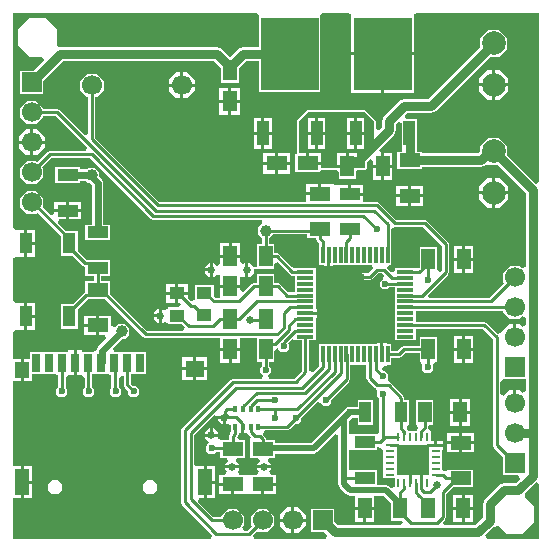
<source format=gtl>
G04*
G04 #@! TF.GenerationSoftware,Altium Limited,Altium Designer,22.1.2 (22)*
G04*
G04 Layer_Physical_Order=1*
G04 Layer_Color=255*
%FSLAX25Y25*%
%MOIN*%
G70*
G04*
G04 #@! TF.SameCoordinates,916DC4FC-BA67-46E0-AC62-78C5DE96CB0C*
G04*
G04*
G04 #@! TF.FilePolarity,Positive*
G04*
G01*
G75*
%ADD11C,0.02362*%
%ADD12C,0.01000*%
%ADD15R,0.04842X0.07087*%
%ADD16R,0.03937X0.08268*%
%ADD17R,0.19291X0.24410*%
%ADD18R,0.07087X0.04528*%
%ADD19R,0.07087X0.04842*%
%ADD20R,0.04528X0.07087*%
%ADD21R,0.07087X0.03937*%
%ADD22R,0.01181X0.05709*%
%ADD23R,0.05709X0.01181*%
%ADD24R,0.05118X0.04331*%
%ADD25R,0.10630X0.10236*%
%ADD26R,0.00984X0.03150*%
%ADD27R,0.03150X0.00984*%
%ADD28R,0.03937X0.07087*%
%ADD29R,0.01378X0.01968*%
%ADD30R,0.04331X0.07087*%
%ADD31R,0.02756X0.06299*%
%ADD32R,0.04724X0.05512*%
%ADD33R,0.04724X0.08661*%
%ADD34R,0.06299X0.05512*%
%ADD59C,0.03150*%
%ADD60C,0.01968*%
%ADD61C,0.06693*%
%ADD62R,0.06693X0.06693*%
%ADD63R,0.06693X0.06693*%
%ADD64C,0.07874*%
%ADD65C,0.02500*%
%ADD66C,0.02362*%
%ADD67C,0.03937*%
G36*
X176304Y119692D02*
X175123Y119203D01*
X165535Y128791D01*
Y131879D01*
X162879Y134535D01*
X159121D01*
X156465Y131879D01*
Y130070D01*
X155748Y129353D01*
X137141D01*
Y129863D01*
X135328D01*
Y131268D01*
X135520D01*
Y140732D01*
X131729D01*
X131311Y141741D01*
X132049Y142648D01*
X140000D01*
X141663Y143337D01*
X159791Y161465D01*
X162879D01*
X165535Y164121D01*
Y167879D01*
X162879Y170535D01*
X159121D01*
X156465Y167879D01*
Y164791D01*
X139026Y147352D01*
X131000D01*
X129337Y146663D01*
X124337Y141663D01*
X123648Y140000D01*
Y137974D01*
X122739Y137066D01*
X121648Y137518D01*
Y140000D01*
X121458Y140458D01*
X118458Y143458D01*
X118000Y143648D01*
X99000D01*
X98542Y143458D01*
X95542Y140458D01*
X95352Y140000D01*
Y129421D01*
X95084Y129020D01*
X94858D01*
Y122980D01*
X103142D01*
Y123541D01*
X103543Y123809D01*
X108925D01*
X109327Y122718D01*
Y120858D01*
X115051D01*
Y122718D01*
X115453Y123809D01*
X118000D01*
X118458Y123999D01*
X118648Y124457D01*
Y126321D01*
X119645Y127318D01*
X120736Y126866D01*
Y125500D01*
X123500D01*
Y129543D01*
X123413D01*
X122961Y130634D01*
X127663Y135337D01*
X128352Y137000D01*
Y139026D01*
X129205Y139878D01*
X130386Y139389D01*
Y131268D01*
X130624D01*
Y129863D01*
X128858D01*
Y124139D01*
X137141D01*
Y124648D01*
X156722D01*
X158386Y125338D01*
X158817Y125769D01*
X159121Y125465D01*
X162209D01*
X171648Y116026D01*
Y91474D01*
X170556Y91022D01*
X169634Y91945D01*
X166366D01*
X164055Y89634D01*
Y86366D01*
X164370Y86051D01*
X159491Y81172D01*
X139619D01*
X139166Y82264D01*
X145841Y88938D01*
X146189Y89779D01*
Y99000D01*
X145841Y99841D01*
X138841Y106841D01*
X138000Y107189D01*
X128492D01*
X122841Y112841D01*
X122000Y113189D01*
X117571D01*
Y115292D01*
X113028D01*
Y115792D01*
X112528D01*
Y118761D01*
X108485D01*
X108485Y118761D01*
X107544Y119074D01*
Y119074D01*
X107433Y119074D01*
X103501D01*
Y115810D01*
X103001D01*
Y115310D01*
X98457D01*
Y113189D01*
X49548D01*
X28268Y134469D01*
Y148055D01*
X28713D01*
X31024Y150366D01*
Y153634D01*
X28713Y155945D01*
X25445D01*
X23134Y153634D01*
Y150366D01*
X25445Y148055D01*
X25890D01*
Y135863D01*
X24799Y135410D01*
X16368Y143841D01*
X15528Y144189D01*
X10945D01*
Y144634D01*
X8634Y146945D01*
X5366D01*
X3055Y144634D01*
Y141366D01*
X5366Y139055D01*
X8634D01*
X10945Y141366D01*
Y141811D01*
X15035D01*
X25566Y131280D01*
X25114Y130189D01*
X13000D01*
X12159Y129841D01*
X8949Y126630D01*
X8634Y126945D01*
X5366D01*
X3055Y124634D01*
Y121366D01*
X5366Y119055D01*
X8634D01*
X10945Y121366D01*
Y124634D01*
X10630Y124949D01*
X13492Y127811D01*
X26507D01*
X46734Y107585D01*
X47575Y107236D01*
X83745D01*
X83880Y106055D01*
X82472Y104647D01*
Y102521D01*
X83850Y101143D01*
Y99142D01*
X82139D01*
Y91562D01*
X80958Y91516D01*
X79672Y92801D01*
X79240D01*
Y90551D01*
Y88301D01*
X79672D01*
X80990Y89619D01*
Y90779D01*
X82139Y90858D01*
X82171Y90858D01*
X87863D01*
Y92528D01*
X89044Y93017D01*
X93076Y88985D01*
X93917Y88637D01*
X94818D01*
Y86669D01*
Y83141D01*
X92540D01*
X89841Y85841D01*
X89000Y86189D01*
X87863D01*
Y89143D01*
X82139D01*
Y86190D01*
X81001D01*
X80160Y85841D01*
X77545Y83226D01*
X76454Y83678D01*
Y84501D01*
X73190D01*
X69926D01*
Y81189D01*
X68159D01*
X67676Y81672D01*
Y85518D01*
X61361D01*
Y80755D01*
X61298Y80576D01*
X60180Y80113D01*
X59022Y81270D01*
Y82254D01*
X55963D01*
Y79589D01*
X56626D01*
X56906Y79191D01*
X56292Y78010D01*
X52367D01*
Y77565D01*
X51186Y77076D01*
X50826Y77435D01*
X50394D01*
Y75185D01*
Y72935D01*
X50826D01*
X51186Y73295D01*
X52367Y72806D01*
Y72482D01*
X57000D01*
X58113Y71370D01*
X57623Y70189D01*
X45583D01*
X33142Y82630D01*
Y86673D01*
X30189D01*
Y88622D01*
X33142D01*
Y93756D01*
X27750D01*
X27531Y93846D01*
X25433D01*
X22331Y96949D01*
Y103551D01*
X18485D01*
X15808Y106228D01*
X16260Y107319D01*
X18500D01*
Y109787D01*
X14457D01*
Y109122D01*
X13365Y108670D01*
X10807Y111228D01*
X10945Y111366D01*
Y114634D01*
X8634Y116945D01*
X5366D01*
X3055Y114634D01*
Y111366D01*
X5366Y109055D01*
X8634D01*
X9126Y109547D01*
X16803Y101870D01*
Y95268D01*
X20649D01*
X24100Y91817D01*
X24858Y91503D01*
Y88622D01*
X27811D01*
Y86673D01*
X24858D01*
Y83080D01*
X24396Y82888D01*
X20649Y79142D01*
X16803D01*
Y70858D01*
X22331D01*
Y77460D01*
X25729Y80858D01*
X27236D01*
X27455Y80949D01*
X31460D01*
X44250Y68159D01*
X45091Y67811D01*
X69926D01*
Y64501D01*
X73190D01*
X76454D01*
Y67811D01*
X82139D01*
Y59859D01*
X83811D01*
Y58328D01*
X83220Y57737D01*
Y56263D01*
X84070Y55413D01*
X83797Y54232D01*
X74043D01*
X73203Y53884D01*
X57159Y37841D01*
X56811Y37000D01*
Y13000D01*
X57159Y12159D01*
X67277Y2042D01*
X66787Y861D01*
X861D01*
Y14454D01*
X3374D01*
Y19784D01*
Y25115D01*
X861D01*
Y53430D01*
X3374D01*
Y57186D01*
Y60942D01*
X861D01*
Y69956D01*
X1835Y70457D01*
X2042Y70457D01*
X4500D01*
Y75000D01*
Y79543D01*
X2042D01*
X1835Y79543D01*
X861Y80044D01*
Y94366D01*
X1835Y94866D01*
X2042Y94866D01*
X4500D01*
Y99410D01*
Y103953D01*
X2042D01*
X1835Y103953D01*
X861Y104453D01*
Y176304D01*
X82165D01*
X82780Y175378D01*
X82780Y175123D01*
Y164927D01*
X77453D01*
X75789Y164238D01*
X73000Y161449D01*
X70442Y164006D01*
X68779Y164695D01*
X16432D01*
X16213Y164839D01*
X15504Y165626D01*
Y170694D01*
X11694Y174504D01*
X6306D01*
X2496Y170694D01*
Y165306D01*
X6306Y161496D01*
X10499D01*
X10988Y160315D01*
X7618Y156945D01*
X3055D01*
Y149055D01*
X10945D01*
Y153618D01*
X17317Y159991D01*
X67805D01*
X69980Y157815D01*
Y152858D01*
X76020D01*
Y157815D01*
X78427Y160222D01*
X82780D01*
Y149772D01*
X103268D01*
Y175123D01*
X103268Y175378D01*
X103882Y176304D01*
X112367D01*
X113331Y175779D01*
X113331Y175123D01*
Y163075D01*
X123976D01*
X134622D01*
Y175123D01*
X134622Y175779D01*
X135586Y176304D01*
X176304D01*
Y119692D01*
D02*
G37*
G36*
X121000Y140000D02*
Y133000D01*
X118000Y130000D01*
Y124457D01*
X115453D01*
Y124500D01*
X112189D01*
X108925D01*
Y124457D01*
X103543D01*
Y125500D01*
X99000D01*
Y126000D01*
X98500D01*
Y129421D01*
X96000D01*
Y140000D01*
X99000Y143000D01*
X118000D01*
X121000Y140000D01*
D02*
G37*
G36*
X143811Y98507D02*
Y90458D01*
X143128Y89931D01*
X142051Y90509D01*
Y98142D01*
X136327D01*
Y91540D01*
X136064Y91277D01*
X134991Y91015D01*
X134991Y91015D01*
X134991Y91015D01*
X128086D01*
Y90131D01*
X127064Y89708D01*
X126678Y89869D01*
X125548Y90999D01*
X126037Y92180D01*
X126920D01*
Y99086D01*
X126920D01*
Y103980D01*
X128000Y104811D01*
X137507D01*
X143811Y98507D01*
D02*
G37*
G36*
X164055Y76366D02*
X166366Y74055D01*
X169634D01*
X170556Y74978D01*
X171648Y74526D01*
Y72042D01*
X170556Y71590D01*
X169800Y72347D01*
X168500D01*
Y68000D01*
X167500D01*
Y72347D01*
X166200D01*
X163654Y69800D01*
Y69698D01*
X162472Y69209D01*
X158731Y72950D01*
X157890Y73298D01*
X134991D01*
Y76819D01*
X164055D01*
Y76366D01*
D02*
G37*
G36*
X94818Y66983D02*
Y66983D01*
X97082D01*
Y56807D01*
X94507Y54232D01*
X86203D01*
X85930Y55413D01*
X86779Y56263D01*
Y57737D01*
X86189Y58328D01*
Y59859D01*
X87863D01*
Y63538D01*
X89044Y64334D01*
X89220Y64263D01*
X90263Y63221D01*
X91737D01*
X92779Y64263D01*
Y65737D01*
X92515Y66001D01*
X93884Y67370D01*
X94818Y66983D01*
D02*
G37*
G36*
X98859Y101137D02*
X101811D01*
Y101000D01*
X102159Y100159D01*
X102297Y100022D01*
X102889Y99086D01*
Y92180D01*
X104456D01*
Y91779D01*
X105546D01*
Y95633D01*
X106546D01*
Y91779D01*
X107637D01*
Y92180D01*
X120325D01*
X120814Y90999D01*
X119181Y89367D01*
X116882D01*
X116041Y89018D01*
X115693Y88178D01*
X116041Y87337D01*
X116882Y86989D01*
X119674D01*
X120514Y87337D01*
X122540Y89362D01*
X123798D01*
X124528Y88474D01*
X124180Y87634D01*
X123138Y86592D01*
Y85118D01*
X124180Y84075D01*
X125655D01*
X126262Y84683D01*
X128086D01*
Y82731D01*
Y78794D01*
Y74857D01*
Y70920D01*
Y66983D01*
X134991D01*
Y70921D01*
X157398D01*
X160811Y67507D01*
Y32000D01*
X161159Y31159D01*
X164055Y28264D01*
Y22055D01*
X169219D01*
X169671Y20964D01*
X168327Y19620D01*
X164575D01*
X162912Y18931D01*
X158069Y14088D01*
X157380Y12425D01*
Y7842D01*
X154890Y5352D01*
X144577D01*
X144125Y6443D01*
X144841Y7159D01*
X145189Y8000D01*
Y15880D01*
X147540Y18232D01*
X154142D01*
Y23956D01*
X145859D01*
Y23956D01*
X144866Y23402D01*
X143850Y23876D01*
Y26988D01*
Y30524D01*
X144252D01*
Y31516D01*
X141677D01*
Y32016D01*
X141177D01*
Y33508D01*
X140012D01*
Y36945D01*
X140012D01*
X139285Y37947D01*
X139476Y38857D01*
X140861D01*
Y47141D01*
X135137D01*
Y38857D01*
X135397D01*
X135939Y37747D01*
X135445Y36945D01*
X132553D01*
X132056Y37750D01*
X132596Y38858D01*
X132665D01*
Y47142D01*
X131287D01*
Y47902D01*
X130939Y48742D01*
X126841Y52841D01*
X126266Y53079D01*
X125779Y54263D01*
Y55737D01*
X124737Y56779D01*
X124344D01*
X123924Y57330D01*
X124508Y58511D01*
X125354D01*
Y58913D01*
X126920D01*
Y61177D01*
X129365D01*
X130206Y61525D01*
X131492Y62811D01*
X136327D01*
Y59858D01*
X136671D01*
X137221Y58737D01*
Y57263D01*
X138263Y56221D01*
X139737D01*
X140779Y57263D01*
Y58737D01*
X141329Y59858D01*
X142051D01*
Y68142D01*
X136327D01*
Y65189D01*
X131000D01*
X130159Y64841D01*
X128873Y63554D01*
X126920D01*
Y65818D01*
X125354D01*
Y66220D01*
X124263D01*
Y62365D01*
X123263D01*
Y66220D01*
X122172D01*
Y65818D01*
X102889D01*
Y62476D01*
X102811Y62287D01*
Y58492D01*
X100641Y56322D01*
X99460Y56812D01*
Y66983D01*
X101724D01*
Y70920D01*
Y74456D01*
X102125D01*
Y75546D01*
X98271D01*
Y76547D01*
X102125D01*
Y77637D01*
X101724D01*
Y82731D01*
Y86669D01*
Y91015D01*
X94818D01*
X93863Y91561D01*
X89583Y95841D01*
X88743Y96189D01*
X87863D01*
Y99142D01*
X86228D01*
Y101143D01*
X87480Y102395D01*
X98859D01*
Y101137D01*
D02*
G37*
G36*
X171648Y50042D02*
X170556Y49590D01*
X169800Y50346D01*
X168500D01*
Y46000D01*
X167500D01*
Y50346D01*
X166200D01*
X164370Y48517D01*
X163189Y49006D01*
Y53295D01*
X164055Y54055D01*
X171648D01*
Y50042D01*
D02*
G37*
G36*
X118637Y54399D02*
X118985Y53558D01*
X121384Y51159D01*
X121800Y50987D01*
X122221Y49737D01*
Y48263D01*
X122811Y47672D01*
Y36569D01*
X122142Y35665D01*
X113858D01*
Y35665D01*
X112713Y35752D01*
Y40290D01*
X113643Y41221D01*
X113737D01*
X113804Y41287D01*
X115720D01*
Y38858D01*
X120854D01*
Y47142D01*
X115720D01*
Y44713D01*
X113804D01*
X113737Y44780D01*
X112263D01*
X111221Y43737D01*
Y43643D01*
X109789Y42211D01*
X100290Y32713D01*
X88237D01*
Y33684D01*
X85189D01*
Y34000D01*
X84841Y34841D01*
X84076Y35605D01*
X84011Y35901D01*
X84894Y37082D01*
X92270D01*
X93111Y37430D01*
X94902Y39220D01*
X95737D01*
X96780Y40263D01*
Y41098D01*
X102107Y46425D01*
X103308Y46175D01*
X104263Y45221D01*
X105737D01*
X106780Y46263D01*
Y47098D01*
X112841Y53159D01*
X113189Y54000D01*
Y58913D01*
X118637D01*
Y54399D01*
D02*
G37*
G36*
X123748Y30688D02*
Y30524D01*
X124150D01*
Y25020D01*
Y21083D01*
X127685D01*
Y20976D01*
X127988D01*
Y18290D01*
X126807Y17801D01*
X126396Y18211D01*
X125185Y18713D01*
X123320D01*
X122142Y18721D01*
Y23854D01*
X113858D01*
Y23854D01*
X112713Y23941D01*
Y30445D01*
X113858Y30531D01*
Y30531D01*
X122142D01*
Y31377D01*
X122586Y31521D01*
X123748Y30688D01*
D02*
G37*
G36*
X68583Y41793D02*
X71230D01*
Y41293D01*
X71730D01*
Y39043D01*
X72162D01*
X72405Y39286D01*
X73586Y38797D01*
Y36688D01*
X73159Y35841D01*
X72811Y35000D01*
Y33673D01*
X70017D01*
X69392Y34290D01*
X69179Y34573D01*
Y34933D01*
X64679D01*
Y34501D01*
X65525Y33655D01*
X65975Y33121D01*
X65635Y32152D01*
X65220Y31737D01*
Y30263D01*
X66263Y29221D01*
X67737D01*
X68328Y29811D01*
X69858D01*
Y27949D01*
X72170D01*
X72624Y26768D01*
X71627Y25771D01*
Y25339D01*
X76127D01*
Y25771D01*
X75131Y26768D01*
X75585Y27949D01*
X78142D01*
Y33673D01*
X76025D01*
X75536Y34854D01*
X75715Y35033D01*
X76063Y35874D01*
Y36286D01*
X76933D01*
Y38271D01*
X77933D01*
Y36286D01*
X78935D01*
X79159Y35745D01*
X80039Y34865D01*
X79954Y33684D01*
X79954Y33684D01*
Y27959D01*
X82621D01*
X83110Y26778D01*
X82210Y25878D01*
Y25446D01*
X86710D01*
Y25878D01*
X85810Y26778D01*
X86299Y27959D01*
X88237D01*
Y29287D01*
X101000D01*
X102211Y29789D01*
X108196Y35773D01*
X109287Y35321D01*
Y21287D01*
Y19000D01*
X109789Y17789D01*
X111789Y15789D01*
X113000Y15287D01*
X114736D01*
Y11594D01*
X118000D01*
X121264D01*
Y15287D01*
X124476D01*
X126949Y12814D01*
Y6953D01*
X130467D01*
X130783Y6533D01*
X130195Y5352D01*
X108974D01*
X107945Y6382D01*
Y10945D01*
X100055D01*
Y3055D01*
X104618D01*
X105631Y2042D01*
X105142Y861D01*
X81213D01*
X80723Y2042D01*
X82051Y3370D01*
X82366Y3055D01*
X85634D01*
X87945Y5366D01*
Y8634D01*
X85634Y10945D01*
X82366D01*
X80055Y8634D01*
Y5366D01*
X80370Y5051D01*
X78874Y3555D01*
X77677D01*
X77225Y4646D01*
X77945Y5366D01*
Y8634D01*
X75634Y10945D01*
X72366D01*
X70055Y8634D01*
Y8189D01*
X67493D01*
X62409Y13273D01*
X62898Y14454D01*
X64398D01*
Y19784D01*
Y25115D01*
X62370D01*
X61535Y25115D01*
X61189Y26153D01*
Y35508D01*
X67799Y42118D01*
X68583Y41793D01*
D02*
G37*
G36*
X176304Y19274D02*
Y861D01*
X158722D01*
X158233Y2042D01*
X161161Y4970D01*
X162562Y5240D01*
X165306Y2496D01*
X170694D01*
X174504Y6306D01*
Y11694D01*
X171537Y14661D01*
X171614Y16254D01*
X175123Y19763D01*
X176304Y19274D01*
D02*
G37*
%LPC*%
G36*
X163045Y157158D02*
X161500D01*
Y152720D01*
X165937D01*
Y154265D01*
X163045Y157158D01*
D02*
G37*
G36*
X160500D02*
X158955D01*
X156063Y154265D01*
Y152720D01*
X160500D01*
Y157158D01*
D02*
G37*
G36*
X58800Y156346D02*
X57500D01*
Y152500D01*
X61347D01*
Y153800D01*
X58800Y156346D01*
D02*
G37*
G36*
X56500D02*
X55200D01*
X52653Y153800D01*
Y152500D01*
X56500D01*
Y156346D01*
D02*
G37*
G36*
X134622Y162075D02*
X124476D01*
Y149370D01*
X134622D01*
Y162075D01*
D02*
G37*
G36*
X123476D02*
X113331D01*
Y149370D01*
X123476D01*
Y162075D01*
D02*
G37*
G36*
X61347Y151500D02*
X57500D01*
Y147653D01*
X58800D01*
X61347Y150200D01*
Y151500D01*
D02*
G37*
G36*
X56500D02*
X52653D01*
Y150200D01*
X55200Y147653D01*
X56500D01*
Y151500D01*
D02*
G37*
G36*
X165937Y151720D02*
X161500D01*
Y147283D01*
X163045D01*
X165937Y150175D01*
Y151720D01*
D02*
G37*
G36*
X160500D02*
X156063D01*
Y150175D01*
X158955Y147283D01*
X160500D01*
Y151720D01*
D02*
G37*
G36*
X76421Y151228D02*
X73500D01*
Y147185D01*
X76421D01*
Y151228D01*
D02*
G37*
G36*
X72500D02*
X69579D01*
Y147185D01*
X72500D01*
Y151228D01*
D02*
G37*
G36*
X76421Y146185D02*
X73500D01*
Y142142D01*
X76421D01*
Y146185D01*
D02*
G37*
G36*
X72500D02*
X69579D01*
Y142142D01*
X72500D01*
Y146185D01*
D02*
G37*
G36*
X87016Y141134D02*
X84547D01*
Y136500D01*
X87016D01*
Y141134D01*
D02*
G37*
G36*
X83547D02*
X81079D01*
Y136500D01*
X83547D01*
Y141134D01*
D02*
G37*
G36*
X8800Y137346D02*
X7500D01*
Y133500D01*
X11347D01*
Y134800D01*
X8800Y137346D01*
D02*
G37*
G36*
X6500D02*
X5200D01*
X2654Y134800D01*
Y133500D01*
X6500D01*
Y137346D01*
D02*
G37*
G36*
X87016Y135500D02*
X84547D01*
Y130866D01*
X87016D01*
Y135500D01*
D02*
G37*
G36*
X83547D02*
X81079D01*
Y130866D01*
X83547D01*
Y135500D01*
D02*
G37*
G36*
X11347Y132500D02*
X7500D01*
Y128654D01*
X8800D01*
X11347Y131200D01*
Y132500D01*
D02*
G37*
G36*
X6500D02*
X2654D01*
Y131200D01*
X5200Y128654D01*
X6500D01*
Y132500D01*
D02*
G37*
G36*
X93228Y129421D02*
X89185D01*
Y126500D01*
X93228D01*
Y129421D01*
D02*
G37*
G36*
X88185D02*
X84142D01*
Y126500D01*
X88185D01*
Y129421D01*
D02*
G37*
G36*
X127264Y129543D02*
X124500D01*
Y125500D01*
X127264D01*
Y129543D01*
D02*
G37*
G36*
X93228Y125500D02*
X89185D01*
Y122579D01*
X93228D01*
Y125500D01*
D02*
G37*
G36*
X88185D02*
X84142D01*
Y122579D01*
X88185D01*
Y125500D01*
D02*
G37*
G36*
X127264Y124500D02*
X124500D01*
Y120457D01*
X127264D01*
Y124500D01*
D02*
G37*
G36*
X123500D02*
X120736D01*
Y120457D01*
X123500D01*
Y124500D01*
D02*
G37*
G36*
X163045Y121158D02*
X161500D01*
Y116720D01*
X165937D01*
Y118265D01*
X163045Y121158D01*
D02*
G37*
G36*
X160500D02*
X158955D01*
X156063Y118265D01*
Y116720D01*
X160500D01*
Y121158D01*
D02*
G37*
G36*
X102501Y119074D02*
X98457D01*
Y116310D01*
X102501D01*
Y119074D01*
D02*
G37*
G36*
X117571Y118761D02*
X113528D01*
Y116292D01*
X117571D01*
Y118761D01*
D02*
G37*
G36*
X137543Y118454D02*
X133499D01*
Y115690D01*
X137543D01*
Y118454D01*
D02*
G37*
G36*
X132499D02*
X128456D01*
Y115690D01*
X132499D01*
Y118454D01*
D02*
G37*
G36*
X137543Y114690D02*
X133499D01*
Y111926D01*
X137543D01*
Y114690D01*
D02*
G37*
G36*
X132499D02*
X128456D01*
Y111926D01*
X132499D01*
Y114690D01*
D02*
G37*
G36*
X165937Y115720D02*
X161500D01*
Y111284D01*
X163045D01*
X165937Y114175D01*
Y115720D01*
D02*
G37*
G36*
X160500D02*
X156063D01*
Y114175D01*
X158955Y111284D01*
X160500D01*
Y115720D01*
D02*
G37*
G36*
X23543Y113256D02*
X19500D01*
Y110787D01*
X23543D01*
Y113256D01*
D02*
G37*
G36*
X18500D02*
X14457D01*
Y110787D01*
X18500D01*
Y113256D01*
D02*
G37*
G36*
X23543Y109787D02*
X19500D01*
Y107319D01*
X23543D01*
Y109787D01*
D02*
G37*
G36*
X23142Y124665D02*
X14858D01*
Y119532D01*
X23142D01*
Y120123D01*
X25247D01*
X25937Y119433D01*
X26417D01*
X27074Y118776D01*
Y105567D01*
X24858D01*
Y100433D01*
X33142D01*
Y105567D01*
X30926D01*
Y119574D01*
X30362Y120936D01*
X29567Y121731D01*
Y123063D01*
X28063Y124567D01*
X25937D01*
X25345Y123975D01*
X23142D01*
Y124665D01*
D02*
G37*
G36*
X5500Y103953D02*
Y99910D01*
X8165D01*
Y103953D01*
X5500D01*
D02*
G37*
G36*
X76454Y99543D02*
X73690D01*
Y95500D01*
X76454D01*
Y99543D01*
D02*
G37*
G36*
X72690D02*
X69926D01*
Y95500D01*
X72690D01*
Y99543D01*
D02*
G37*
G36*
X8165Y98909D02*
X5500D01*
Y94866D01*
X8165D01*
Y98909D01*
D02*
G37*
G36*
X154264Y98543D02*
X151500D01*
Y94500D01*
X154264D01*
Y98543D01*
D02*
G37*
G36*
X150500D02*
X147736D01*
Y94500D01*
X150500D01*
Y98543D01*
D02*
G37*
G36*
X76454Y94500D02*
X73190D01*
X69926D01*
Y92407D01*
X68745Y91917D01*
X67861Y92801D01*
X67429D01*
Y90551D01*
Y88301D01*
X67861D01*
X68745Y89185D01*
X69926Y88696D01*
Y85501D01*
X73190D01*
X76454D01*
Y87985D01*
X77635Y88475D01*
X77808Y88301D01*
X78240D01*
Y90551D01*
Y92801D01*
X77808D01*
X77635Y92628D01*
X76454Y93117D01*
Y94500D01*
D02*
G37*
G36*
X66429Y92801D02*
X65997D01*
X64679Y91483D01*
Y91051D01*
X66429D01*
Y92801D01*
D02*
G37*
G36*
X154264Y93500D02*
X151500D01*
Y89457D01*
X154264D01*
Y93500D01*
D02*
G37*
G36*
X150500D02*
X147736D01*
Y89457D01*
X150500D01*
Y93500D01*
D02*
G37*
G36*
X66429Y90051D02*
X64679D01*
Y89619D01*
X65997Y88301D01*
X66429D01*
Y90051D01*
D02*
G37*
G36*
X59022Y85919D02*
X55963D01*
Y83254D01*
X59022D01*
Y85919D01*
D02*
G37*
G36*
X54963D02*
X51904D01*
Y83254D01*
X54963D01*
Y85919D01*
D02*
G37*
G36*
Y82254D02*
X51904D01*
Y79589D01*
X54963D01*
Y82254D01*
D02*
G37*
G36*
X49394Y77435D02*
X48962D01*
X47644Y76117D01*
Y75685D01*
X49394D01*
Y77435D01*
D02*
G37*
G36*
X5500Y79543D02*
Y75500D01*
X8165D01*
Y79543D01*
X5500D01*
D02*
G37*
G36*
X49394Y74685D02*
X47644D01*
Y74253D01*
X48962Y72935D01*
X49394D01*
Y74685D01*
D02*
G37*
G36*
X28500Y75264D02*
X24457D01*
Y72500D01*
X28500D01*
Y75264D01*
D02*
G37*
G36*
X8165Y74500D02*
X5500D01*
Y70457D01*
X8165D01*
Y74500D01*
D02*
G37*
G36*
X28500Y71500D02*
X24457D01*
Y68736D01*
X28500D01*
Y71500D01*
D02*
G37*
G36*
X33543Y75264D02*
X29500D01*
Y72000D01*
Y68736D01*
X31469D01*
X31921Y67645D01*
X29087Y64811D01*
X28823Y64174D01*
X27988Y63374D01*
X27095Y63296D01*
X26750Y63296D01*
X23968D01*
Y63698D01*
X22091D01*
Y59548D01*
Y55399D01*
X23968D01*
X24772Y54550D01*
Y51288D01*
X24220Y50737D01*
Y49263D01*
X25263Y48221D01*
X26737D01*
X27779Y49263D01*
Y50737D01*
X27150Y51367D01*
Y55667D01*
X28276Y55800D01*
X29079Y55800D01*
X31425D01*
X32228Y55800D01*
Y55800D01*
X32421D01*
X33602Y55354D01*
Y51119D01*
X33220Y50737D01*
Y49263D01*
X34263Y48221D01*
X35737D01*
X36779Y49263D01*
Y50737D01*
X35980Y51536D01*
Y54609D01*
X37099Y55330D01*
X37725Y55050D01*
Y52087D01*
X38073Y51246D01*
X39220Y50098D01*
Y49263D01*
X40263Y48221D01*
X41737D01*
X42779Y49263D01*
Y50737D01*
X41737Y51780D01*
X40902D01*
X40102Y52579D01*
Y55762D01*
X41268Y55800D01*
X42071Y55800D01*
X45221D01*
Y63296D01*
X42071D01*
X41268Y63296D01*
X40087Y63296D01*
X36937Y63296D01*
X35756Y63296D01*
X34563D01*
X34111Y64388D01*
X37157Y67433D01*
X38063D01*
X39567Y68937D01*
Y71063D01*
X38063Y72567D01*
X35937D01*
X34724Y71355D01*
X33543Y71767D01*
Y75264D01*
D02*
G37*
G36*
X21091Y63698D02*
X19213D01*
Y63296D01*
X16087D01*
X15283Y63296D01*
X14102Y63296D01*
X10953Y63296D01*
X9772Y63296D01*
X6622D01*
Y60942D01*
X4374D01*
Y57186D01*
Y53430D01*
X7236D01*
Y55800D01*
X10575Y55800D01*
X11756Y55800D01*
X14906Y55800D01*
X15941Y55449D01*
Y51458D01*
X15221Y50737D01*
Y49263D01*
X16263Y48221D01*
X17737D01*
X18779Y49263D01*
Y50737D01*
X18319Y51198D01*
Y54705D01*
X19213Y55399D01*
X21091D01*
Y59548D01*
Y63698D01*
D02*
G37*
G36*
X76454Y63501D02*
X73690D01*
Y59457D01*
X76454D01*
Y63501D01*
D02*
G37*
G36*
X72690D02*
X69926D01*
Y59457D01*
X72690D01*
Y63501D01*
D02*
G37*
G36*
X65504Y61336D02*
X61854D01*
Y58080D01*
X65504D01*
Y61336D01*
D02*
G37*
G36*
X60854D02*
X57205D01*
Y58080D01*
X60854D01*
Y61336D01*
D02*
G37*
G36*
X65504Y57080D02*
X61854D01*
Y53824D01*
X65504D01*
Y57080D01*
D02*
G37*
G36*
X60854D02*
X57205D01*
Y53824D01*
X60854D01*
Y57080D01*
D02*
G37*
G36*
X7236Y25115D02*
X4374D01*
Y20284D01*
X7236D01*
Y25115D01*
D02*
G37*
G36*
X47375Y20580D02*
X45412D01*
X44024Y19191D01*
Y17228D01*
X45412Y15840D01*
X47375D01*
X48764Y17228D01*
Y19191D01*
X47375Y20580D01*
D02*
G37*
G36*
X15879D02*
X13916D01*
X12528Y19191D01*
Y17228D01*
X13916Y15840D01*
X15879D01*
X17268Y17228D01*
Y19191D01*
X15879Y20580D01*
D02*
G37*
G36*
X7236Y19284D02*
X4374D01*
Y14454D01*
X7236D01*
Y19284D01*
D02*
G37*
G36*
X104969Y141134D02*
X102500D01*
Y136500D01*
X104969D01*
Y141134D01*
D02*
G37*
G36*
X117968D02*
X115500D01*
Y136500D01*
X117968D01*
Y141134D01*
D02*
G37*
G36*
X101500D02*
X99032D01*
Y136500D01*
X101500D01*
Y141134D01*
D02*
G37*
G36*
X114500D02*
X112031D01*
Y136500D01*
X114500D01*
Y141134D01*
D02*
G37*
G36*
X117968Y135500D02*
X115500D01*
Y130866D01*
X117968D01*
Y135500D01*
D02*
G37*
G36*
X114500D02*
X112031D01*
Y130866D01*
X114500D01*
Y135500D01*
D02*
G37*
G36*
X104969D02*
X102500D01*
Y130866D01*
X104969D01*
Y135500D01*
D02*
G37*
G36*
X101500D02*
X99032D01*
Y130866D01*
X101500D01*
Y135500D01*
D02*
G37*
G36*
X103543Y129421D02*
X99500D01*
Y126500D01*
X103543D01*
Y129421D01*
D02*
G37*
G36*
X115453Y129543D02*
X112689D01*
Y125500D01*
X115453D01*
Y129543D01*
D02*
G37*
G36*
X111689D02*
X108925D01*
Y125500D01*
X111689D01*
Y129543D01*
D02*
G37*
G36*
X154264Y68543D02*
X151500D01*
Y64500D01*
X154264D01*
Y68543D01*
D02*
G37*
G36*
X150500D02*
X147736D01*
Y64500D01*
X150500D01*
Y68543D01*
D02*
G37*
G36*
X154264Y63500D02*
X151500D01*
Y59457D01*
X154264D01*
Y63500D01*
D02*
G37*
G36*
X150500D02*
X147736D01*
Y59457D01*
X150500D01*
Y63500D01*
D02*
G37*
G36*
X153074Y47543D02*
X150310D01*
Y43499D01*
X153074D01*
Y47543D01*
D02*
G37*
G36*
X149310D02*
X146546D01*
Y43499D01*
X149310D01*
Y47543D01*
D02*
G37*
G36*
X153074Y42499D02*
X150310D01*
Y38456D01*
X153074D01*
Y42499D01*
D02*
G37*
G36*
X149310D02*
X146546D01*
Y38456D01*
X149310D01*
Y42499D01*
D02*
G37*
G36*
X154544Y36169D02*
X150501D01*
Y33405D01*
X154544D01*
Y36169D01*
D02*
G37*
G36*
X149501D02*
X145457D01*
Y33405D01*
X149501D01*
Y36169D01*
D02*
G37*
G36*
X144252Y33508D02*
X142177D01*
Y32516D01*
X144252D01*
Y33508D01*
D02*
G37*
G36*
X154544Y32405D02*
X150501D01*
Y29641D01*
X154544D01*
Y32405D01*
D02*
G37*
G36*
X149501D02*
X145457D01*
Y29641D01*
X149501D01*
Y32405D01*
D02*
G37*
G36*
X154074Y15637D02*
X151310D01*
Y11594D01*
X154074D01*
Y15637D01*
D02*
G37*
G36*
X150310D02*
X147547D01*
Y11594D01*
X150310D01*
Y15637D01*
D02*
G37*
G36*
X154074Y10594D02*
X151310D01*
Y6550D01*
X154074D01*
Y10594D01*
D02*
G37*
G36*
X150310D02*
X147547D01*
Y6550D01*
X150310D01*
Y10594D01*
D02*
G37*
G36*
X70730Y40793D02*
X68980D01*
Y40361D01*
X70298Y39043D01*
X70730D01*
Y40793D01*
D02*
G37*
G36*
X67861Y37683D02*
X67429D01*
Y35933D01*
X69179D01*
Y36365D01*
X67861Y37683D01*
D02*
G37*
G36*
X66429D02*
X65997D01*
X64679Y36365D01*
Y35933D01*
X66429D01*
Y37683D01*
D02*
G37*
G36*
X86710Y24446D02*
X82210D01*
Y24014D01*
X82769Y23456D01*
X82279Y22275D01*
X79720D01*
X79552Y22275D01*
X78376Y22264D01*
X76155D01*
X75665Y23445D01*
X76127Y23907D01*
Y24339D01*
X71627D01*
Y23907D01*
X72090Y23445D01*
X71600Y22264D01*
X69457D01*
Y19500D01*
X74000D01*
Y19000D01*
X74500D01*
Y15736D01*
X78376D01*
X78543Y15736D01*
X79720Y15747D01*
X83596D01*
Y19011D01*
X84096D01*
Y19511D01*
X88639D01*
Y22275D01*
X86640D01*
X86151Y23456D01*
X86710Y24014D01*
Y24446D01*
D02*
G37*
G36*
X65398Y25115D02*
Y20284D01*
X68260D01*
Y25115D01*
X65398D01*
D02*
G37*
G36*
X88639Y18511D02*
X84596D01*
Y15747D01*
X88639D01*
Y18511D01*
D02*
G37*
G36*
X73500Y18500D02*
X69457D01*
Y15736D01*
X73500D01*
Y18500D01*
D02*
G37*
G36*
X68260Y19284D02*
X65398D01*
Y14454D01*
X68260D01*
Y19284D01*
D02*
G37*
G36*
X95800Y11347D02*
X94500D01*
Y7500D01*
X98347D01*
Y8800D01*
X95800Y11347D01*
D02*
G37*
G36*
X93500D02*
X92200D01*
X89653Y8800D01*
Y7500D01*
X93500D01*
Y11347D01*
D02*
G37*
G36*
X121264Y10594D02*
X118500D01*
Y6551D01*
X121264D01*
Y10594D01*
D02*
G37*
G36*
X117500D02*
X114736D01*
Y6551D01*
X117500D01*
Y10594D01*
D02*
G37*
G36*
X98347Y6500D02*
X94500D01*
Y2654D01*
X95800D01*
X98347Y5200D01*
Y6500D01*
D02*
G37*
G36*
X93500D02*
X89653D01*
Y5200D01*
X92200Y2654D01*
X93500D01*
Y6500D01*
D02*
G37*
%LPD*%
D11*
X30449Y63449D02*
X37000Y70000D01*
X30449Y59745D02*
Y63449D01*
X30252Y59548D02*
X30449Y59745D01*
X27000Y121574D02*
X29000Y119574D01*
X27000Y121574D02*
Y122000D01*
X29000Y103000D02*
Y119574D01*
X19049Y122049D02*
X26951D01*
X19000Y122098D02*
X19049Y122049D01*
X26951D02*
X27000Y122000D01*
D12*
X139110Y32008D02*
X141669D01*
X134197Y27095D02*
X139110Y32008D01*
X126323Y32016D02*
X128882D01*
X133803Y27095D02*
X134197D01*
X128882Y32016D02*
X133803Y27095D01*
X133016Y25913D02*
X134197Y27095D01*
X133016Y19417D02*
Y25913D01*
X84929Y73928D02*
X85001Y73999D01*
X79749Y73928D02*
X84929D01*
X139000Y92532D02*
X139244Y92287D01*
Y87247D02*
Y92287D01*
X145000Y89779D02*
Y99000D01*
X131539Y81952D02*
X137173D01*
X145000Y89779D01*
X136961Y17490D02*
Y19410D01*
Y17490D02*
X137896Y16555D01*
X139947D01*
X142066Y18675D01*
X136953Y19417D02*
X136961Y19410D01*
X142066Y18675D02*
Y18832D01*
X134197Y27095D02*
X136953Y24339D01*
Y19417D02*
Y24339D01*
X141669Y32008D02*
X141677Y32016D01*
X116882Y88178D02*
X119674D01*
X122047Y90551D01*
X124314D02*
X127008Y87858D01*
X122047Y90551D02*
X124314D01*
X127008Y87858D02*
X131539D01*
X85000Y57000D02*
Y64109D01*
X129868Y11152D02*
X130451Y11734D01*
X129811Y11095D02*
X129868Y11152D01*
X72194Y43979D02*
X74874D01*
X71608Y42565D02*
X72822Y41351D01*
X71608Y43393D02*
X72194Y43979D01*
X71608Y42565D02*
Y43393D01*
X72822Y41351D02*
X75288D01*
X77244Y39394D01*
Y38460D02*
X77433Y38271D01*
X77244Y38460D02*
Y39394D01*
X55857Y82754D02*
X60136Y78475D01*
X60978D01*
X55463Y82754D02*
X55857D01*
X64143Y75310D02*
X64536D01*
X60978Y78475D02*
X64143Y75310D01*
X141677Y22173D02*
X144202D01*
X145281Y21094D02*
X148721D01*
X144202Y22173D02*
X145281Y21094D01*
X148721D02*
X150001D01*
X144000Y16373D02*
X148721Y21094D01*
X129868Y11152D02*
Y16319D01*
X131047Y17498D02*
Y18342D01*
X129868Y16319D02*
X131047Y17498D01*
X130905Y36833D02*
X131047Y36691D01*
Y35846D02*
Y36691D01*
X130098Y43000D02*
Y47902D01*
Y37640D02*
Y43000D01*
Y37640D02*
X130905Y36833D01*
Y36833D02*
Y36833D01*
X136961Y34780D02*
Y36699D01*
X137999Y37737D01*
Y42999D01*
X136953Y34772D02*
X136961Y34780D01*
X38913Y52087D02*
X41000Y50000D01*
X38913Y52087D02*
Y59548D01*
X139000Y92532D02*
X139189Y92721D01*
X136294Y89826D02*
X139000Y92532D01*
X85039Y95038D02*
Y103584D01*
X103000Y101000D02*
Y103998D01*
X85039Y103584D02*
X102585D01*
X92048Y81952D02*
X98271D01*
X13000Y129000D02*
X27000D01*
X47575Y108425D01*
X27079Y133977D02*
X49055Y112000D01*
X15528Y143000D02*
X48315Y110213D01*
X121260D01*
X125732Y95633D02*
Y105741D01*
X27079Y133977D02*
Y152000D01*
X121260Y110213D02*
X125732Y105741D01*
X49055Y112000D02*
X122000D01*
X128000Y106000D01*
X47575Y108425D02*
X117575D01*
X122000Y104000D01*
X89000Y85000D02*
X92048Y81952D01*
X85001Y85000D02*
X89000D01*
X85001Y85001D02*
X85001Y85000D01*
X73811Y31000D02*
X74000Y30811D01*
X67000Y31000D02*
X73811D01*
X84096Y30822D02*
X84274Y31000D01*
X144000Y8000D02*
Y16373D01*
X133626Y6000D02*
X142000D01*
X144000Y8000D01*
X129811Y9815D02*
X133626Y6000D01*
X129811Y9815D02*
Y11095D01*
X111000Y21287D02*
X118000D01*
X119826Y54399D02*
X122225Y52000D01*
X126000D01*
X130098Y47902D01*
X121794Y57205D02*
X124000Y55000D01*
Y34000D02*
Y49000D01*
X121794Y57205D02*
Y62365D01*
X119826Y54399D02*
Y62365D01*
X139189Y92721D02*
Y94000D01*
X138000Y106000D02*
X145000Y99000D01*
X128000Y106000D02*
X138000D01*
X139000Y58000D02*
Y63811D01*
X139189Y64000D01*
X30279Y83811D02*
X45091Y69000D01*
X88777D01*
X103000Y103998D02*
X103001Y103999D01*
X102585Y103584D02*
X103000Y103998D01*
X85001Y95000D02*
X85039Y95038D01*
X7000Y143000D02*
X15528D01*
X91261Y65261D02*
Y66428D01*
X94883Y70050D01*
X91000Y65000D02*
X91261Y65261D01*
X131539Y79984D02*
X159984D01*
X168000Y88000D01*
X131539Y78015D02*
X131546Y78008D01*
X167992D02*
X168000Y78000D01*
X131546Y78008D02*
X167992D01*
X162000Y32000D02*
Y68000D01*
Y32000D02*
X168000Y26000D01*
X76000Y74000D02*
X81984Y79984D01*
X73190Y73999D02*
X73190Y74000D01*
X76000D01*
X7000Y123000D02*
X13000Y129000D01*
X131521Y85872D02*
X131539Y85889D01*
X124935Y85872D02*
X131521D01*
X124917Y85855D02*
X124935Y85872D01*
X93917Y89826D02*
X98271D01*
X88743Y95000D02*
X93917Y89826D01*
X85001Y95000D02*
X88743D01*
X124000Y34000D02*
X124772Y34772D01*
X129079D01*
X118000Y33098D02*
X123098D01*
X124000Y34000D01*
X157890Y72110D02*
X162000Y68000D01*
X131539Y72110D02*
X157890D01*
X169992Y78008D02*
X170000Y78000D01*
X58000Y13000D02*
Y37000D01*
X74043Y53043D01*
X60000Y14000D02*
X67000Y7000D01*
X60000Y14000D02*
Y36000D01*
X75256Y51256D01*
X58000Y13000D02*
X68634Y2366D01*
X98271Y56314D02*
Y68173D01*
X95000Y53043D02*
X98271Y56314D01*
X74043Y53043D02*
X95000D01*
X75256Y51256D02*
X97256D01*
X79366Y2366D02*
X84000Y7000D01*
X68634Y2366D02*
X79366D01*
X104000Y62287D02*
X104078Y62365D01*
X104000Y58000D02*
Y62287D01*
X97256Y51256D02*
X104000Y58000D01*
X77630Y45124D02*
X81975Y49468D01*
X98020D01*
X67000Y7000D02*
X74000D01*
X98180Y70050D02*
X98271Y70141D01*
X94883Y70050D02*
X98180D01*
X88777Y69000D02*
X91000Y71223D01*
Y76000D01*
X88179Y65874D02*
X92787Y70482D01*
X86765Y65874D02*
X88179D01*
X85000Y64109D02*
X86765Y65874D01*
X92787Y70482D02*
Y71891D01*
X94883Y73988D01*
X34791Y50209D02*
Y59339D01*
Y50209D02*
X35000Y50000D01*
X34583Y59548D02*
X34791Y59339D01*
X25921Y59548D02*
X25961Y59509D01*
Y50039D02*
Y59509D01*
Y50039D02*
X26000Y50000D01*
X17000D02*
X17130Y50130D01*
Y59418D01*
X95000Y41000D02*
X109984Y55984D01*
Y62365D01*
X95380Y44000D02*
X108000Y56620D01*
X98020Y49468D02*
X106000Y57449D01*
Y60000D01*
X108000Y56620D02*
Y62350D01*
X17130Y59418D02*
X17260Y59548D01*
X82551Y38271D02*
X92270D01*
X95000Y41000D01*
X88000Y44000D02*
X95380D01*
X82559D02*
X88000D01*
Y41000D02*
Y44000D01*
X105000Y47000D02*
X112000Y54000D01*
Y62317D01*
X111952Y62365D02*
X112000Y62317D01*
X80189Y45124D02*
X82065Y47000D01*
X88000D01*
X77441Y44000D02*
X77630Y44189D01*
X80000Y44000D02*
X80189Y44189D01*
Y45124D01*
X77630Y44189D02*
Y45124D01*
X94883Y73988D02*
X98180D01*
X91000Y76000D02*
X93015Y78015D01*
X98180Y73988D02*
X98271Y74078D01*
X84000Y30917D02*
Y34000D01*
Y30917D02*
X84096Y30822D01*
X83000Y35000D02*
X84000Y34000D01*
X80000Y36586D02*
X81586Y35000D01*
X80000Y36586D02*
Y38263D01*
X81586Y35000D02*
X83000D01*
X79992Y38271D02*
X80000Y38263D01*
X74000Y30811D02*
Y35000D01*
X74874Y35874D01*
Y38271D01*
X55918Y75246D02*
X59307Y71857D01*
X55524Y75246D02*
X55918D01*
X59307Y71857D02*
X67629D01*
X69771Y73999D01*
X73190D01*
X81984Y79984D02*
X98271D01*
X93015Y78015D02*
X98271D01*
X67666Y80000D02*
X76000D01*
X81001Y85001D02*
X85001D01*
X76000Y80000D02*
X81001Y85001D01*
X64519Y82754D02*
X64912D01*
X67666Y80000D01*
X29000Y83811D02*
X30279D01*
X7000Y113000D02*
X7354D01*
X19567Y100787D01*
Y99410D02*
Y100787D01*
Y75000D02*
Y76378D01*
X25236Y82047D01*
X27236D01*
X29000Y83811D01*
Y91189D01*
X19567Y98032D02*
X24941Y92658D01*
X19567Y98032D02*
Y99410D01*
X24941Y92658D02*
X27531D01*
X29000Y91189D01*
X131000Y64000D02*
X139189D01*
X129365Y62365D02*
X131000Y64000D01*
X125732Y62365D02*
X129365D01*
X104085Y95640D02*
Y99915D01*
X103000Y101000D02*
X104085Y99915D01*
X104078Y95633D02*
X104085Y95640D01*
X113000Y103953D02*
X113028Y103981D01*
X113000Y101000D02*
Y103953D01*
X111952Y99952D02*
X113000Y101000D01*
X111952Y95633D02*
Y99952D01*
X131539Y89826D02*
X136294D01*
X138999Y11094D02*
Y12373D01*
X135821Y15551D02*
X138999Y12373D01*
X135775Y15551D02*
X135821D01*
X134984Y16343D02*
X135775Y15551D01*
X134984Y16343D02*
Y19417D01*
X108000Y62350D02*
X108015Y62365D01*
D15*
X73000Y146685D02*
D03*
Y157000D02*
D03*
D03*
D16*
X84047Y136000D02*
D03*
X102000D02*
D03*
X115000D02*
D03*
X132953D02*
D03*
D17*
X93024Y162575D02*
D03*
X123976D02*
D03*
D18*
X132999Y115190D02*
D03*
Y127001D02*
D03*
X103001Y115810D02*
D03*
Y103999D02*
D03*
X150001Y21094D02*
D03*
Y32905D02*
D03*
X74000Y19000D02*
D03*
Y30811D02*
D03*
X29000Y72000D02*
D03*
Y83811D02*
D03*
X84096Y19011D02*
D03*
Y30822D02*
D03*
D19*
X88685Y126000D02*
D03*
X99000D02*
D03*
D03*
D20*
X124000Y125000D02*
D03*
X112189D02*
D03*
X85001Y73999D02*
D03*
X73190D02*
D03*
Y64001D02*
D03*
X85001D02*
D03*
X73190Y95000D02*
D03*
X85001D02*
D03*
X73190Y85001D02*
D03*
X85001D02*
D03*
X151000Y94000D02*
D03*
X139189D02*
D03*
X151000Y64000D02*
D03*
X139189D02*
D03*
X129811Y11095D02*
D03*
X118000D02*
D03*
X138999Y11094D02*
D03*
X150810D02*
D03*
X137999Y42999D02*
D03*
X149810D02*
D03*
D21*
X113028Y115792D02*
D03*
Y103981D02*
D03*
X118000Y33098D02*
D03*
Y21287D02*
D03*
X29000Y103000D02*
D03*
Y91189D02*
D03*
X19000Y110287D02*
D03*
Y122098D02*
D03*
D22*
X104078Y95633D02*
D03*
X106046D02*
D03*
X108015D02*
D03*
X109984D02*
D03*
X111952D02*
D03*
X113920D02*
D03*
X115889D02*
D03*
X117858D02*
D03*
X119826D02*
D03*
X121794D02*
D03*
X123763D02*
D03*
X125732D02*
D03*
Y62365D02*
D03*
X123763D02*
D03*
X121794D02*
D03*
X119826D02*
D03*
X117858D02*
D03*
X115889D02*
D03*
X113920D02*
D03*
X111952D02*
D03*
X109984D02*
D03*
X108015D02*
D03*
X106046D02*
D03*
X104078D02*
D03*
D23*
X131539Y89826D02*
D03*
Y87858D02*
D03*
Y85889D02*
D03*
Y83921D02*
D03*
Y81952D02*
D03*
Y79984D02*
D03*
Y78015D02*
D03*
Y76047D02*
D03*
Y74078D02*
D03*
Y72110D02*
D03*
Y70141D02*
D03*
Y68173D02*
D03*
X98271D02*
D03*
Y70141D02*
D03*
Y72110D02*
D03*
Y74078D02*
D03*
Y76047D02*
D03*
Y78015D02*
D03*
Y79984D02*
D03*
Y81952D02*
D03*
Y83921D02*
D03*
Y85889D02*
D03*
Y87858D02*
D03*
Y89826D02*
D03*
D24*
X64536Y75310D02*
D03*
X55524Y75246D02*
D03*
X64519Y82754D02*
D03*
X55463D02*
D03*
D25*
X134000Y27095D02*
D03*
D26*
X129079Y34772D02*
D03*
X131047D02*
D03*
X133016D02*
D03*
X134984D02*
D03*
X136953D02*
D03*
X138921D02*
D03*
Y19417D02*
D03*
X136953D02*
D03*
X134984D02*
D03*
X133016D02*
D03*
X131047D02*
D03*
X129079D02*
D03*
D27*
X141677Y32016D02*
D03*
Y30047D02*
D03*
Y28079D02*
D03*
Y26110D02*
D03*
Y24142D02*
D03*
Y22173D02*
D03*
X126323D02*
D03*
Y24142D02*
D03*
Y26110D02*
D03*
Y28079D02*
D03*
Y30047D02*
D03*
Y32016D02*
D03*
D28*
X130098Y43000D02*
D03*
X118287D02*
D03*
D29*
X74874Y38271D02*
D03*
X77433D02*
D03*
X79992D02*
D03*
X82551D02*
D03*
X82559Y44000D02*
D03*
X80000D02*
D03*
X77441D02*
D03*
X74874Y43979D02*
D03*
D30*
X19567Y75000D02*
D03*
Y99410D02*
D03*
X5000D02*
D03*
Y75000D02*
D03*
D31*
X43244Y59548D02*
D03*
X38913D02*
D03*
X34583D02*
D03*
X30252D02*
D03*
X25921D02*
D03*
X21590D02*
D03*
X17260D02*
D03*
X12929D02*
D03*
X8598D02*
D03*
D32*
X3874Y57186D02*
D03*
D33*
Y19784D02*
D03*
X64898Y19784D02*
D03*
D34*
X61354Y57580D02*
D03*
D59*
X16343Y162343D02*
X68779D01*
X73000Y158122D01*
X7000Y153000D02*
X16343Y162343D01*
X73000Y157000D02*
Y158122D01*
X77453Y162575D02*
X93024D01*
X73000Y158122D02*
X77453Y162575D01*
X108000Y3000D02*
X155864D01*
X104000Y7000D02*
X108000Y3000D01*
X155864D02*
X159732Y6868D01*
Y12425D01*
X164575Y17268D01*
X169301D01*
X174000Y21966D01*
Y36000D01*
Y117000D01*
X168000Y36000D02*
X174000D01*
X161000Y130000D02*
X174000Y117000D01*
X156722Y127001D02*
X159722Y130000D01*
X132999Y127001D02*
X156722D01*
X159722Y130000D02*
X161000D01*
X132953Y136000D02*
X132976Y135977D01*
Y127024D02*
Y135977D01*
Y127024D02*
X132999Y127001D01*
X126000Y137000D02*
Y140000D01*
X115969Y126969D02*
X126000Y137000D01*
X112878Y126969D02*
X115969D01*
X126000Y140000D02*
X131000Y145000D01*
X112189Y125000D02*
Y126279D01*
X112878Y126969D01*
X131000Y145000D02*
X140000D01*
X161000Y166000D01*
D60*
X111000Y41000D02*
X113000Y43000D01*
X101000Y31000D02*
X111000Y41000D01*
X84274Y31000D02*
X101000D01*
X113000Y17000D02*
X125185D01*
X111000Y19000D02*
X113000Y17000D01*
X111000Y19000D02*
Y21287D01*
Y41000D01*
X125185Y17000D02*
X129811Y12374D01*
X113000Y43000D02*
X118287D01*
D61*
X74000Y7000D02*
D03*
X94000D02*
D03*
X84000D02*
D03*
X7000Y113000D02*
D03*
Y123000D02*
D03*
Y143000D02*
D03*
Y133000D02*
D03*
X168000Y88000D02*
D03*
Y68000D02*
D03*
Y78000D02*
D03*
Y46000D02*
D03*
Y36000D02*
D03*
X57000Y152000D02*
D03*
X27079D02*
D03*
D62*
X104000Y7000D02*
D03*
D63*
X7000Y153000D02*
D03*
X168000Y58000D02*
D03*
Y26000D02*
D03*
D64*
X161000Y166000D02*
D03*
Y152220D02*
D03*
Y130000D02*
D03*
Y116220D02*
D03*
D65*
X174436Y15683D02*
D03*
X104515Y15127D02*
D03*
X96377D02*
D03*
X116735Y50696D02*
D03*
X118211Y27077D02*
D03*
X15551Y135870D02*
D03*
X78993Y56958D02*
D03*
X91244Y87291D02*
D03*
X94812Y61195D02*
D03*
X92157Y96543D02*
D03*
X131888Y98442D02*
D03*
X153543Y74803D02*
D03*
X79749Y73928D02*
D03*
X142066Y18832D02*
D03*
X91695Y135943D02*
D03*
X78740Y118110D02*
D03*
X86614D02*
D03*
X94488D02*
D03*
X169291Y145669D02*
D03*
Y137795D02*
D03*
X149606D02*
D03*
X141732D02*
D03*
Y157480D02*
D03*
Y169291D02*
D03*
X110236Y157480D02*
D03*
Y169291D02*
D03*
X74803D02*
D03*
X62992D02*
D03*
X51181D02*
D03*
X39370D02*
D03*
X27559D02*
D03*
X43307Y149606D02*
D03*
X66929Y125984D02*
D03*
X55118D02*
D03*
X66929Y137795D02*
D03*
X55118D02*
D03*
X43307D02*
D03*
X162279Y97531D02*
D03*
Y105118D02*
D03*
X146765Y107916D02*
D03*
Y114995D02*
D03*
Y121056D02*
D03*
X158465Y85264D02*
D03*
X150928D02*
D03*
X22702Y116352D02*
D03*
X15594D02*
D03*
X15748Y90551D02*
D03*
Y82677D02*
D03*
X7874D02*
D03*
Y90551D02*
D03*
X15748Y27559D02*
D03*
X23622D02*
D03*
X31496D02*
D03*
X39370D02*
D03*
X47244D02*
D03*
Y35433D02*
D03*
X39370D02*
D03*
X31496D02*
D03*
X23622D02*
D03*
X15748D02*
D03*
X156933Y18271D02*
D03*
Y33005D02*
D03*
Y43045D02*
D03*
X149972Y26754D02*
D03*
X102672Y40982D02*
D03*
X111285Y11196D02*
D03*
X104515Y22193D02*
D03*
X96377D02*
D03*
X84460Y24946D02*
D03*
X73877Y24839D02*
D03*
X66929Y35433D02*
D03*
X71230Y41293D02*
D03*
X116839Y69062D02*
D03*
X124103Y76284D02*
D03*
X116882Y88178D02*
D03*
X108131Y71611D02*
D03*
X78740Y90551D02*
D03*
X66929D02*
D03*
X51181Y98425D02*
D03*
X39370D02*
D03*
X39160Y88739D02*
D03*
X49840D02*
D03*
X49894Y75185D02*
D03*
D66*
X139244Y87247D02*
D03*
X41000Y50000D02*
D03*
X67000Y31000D02*
D03*
X113000Y43000D02*
D03*
X124000Y55000D02*
D03*
Y49000D02*
D03*
X139000Y58000D02*
D03*
X85000Y57000D02*
D03*
X91000Y65000D02*
D03*
X122000Y104000D02*
D03*
X124917Y85855D02*
D03*
X35000Y50000D02*
D03*
X26000D02*
D03*
X17000D02*
D03*
X95000Y41000D02*
D03*
X88000D02*
D03*
X105000Y47000D02*
D03*
X88000D02*
D03*
D67*
X85039Y103584D02*
D03*
X37000Y70000D02*
D03*
X27000Y122000D02*
D03*
M02*

</source>
